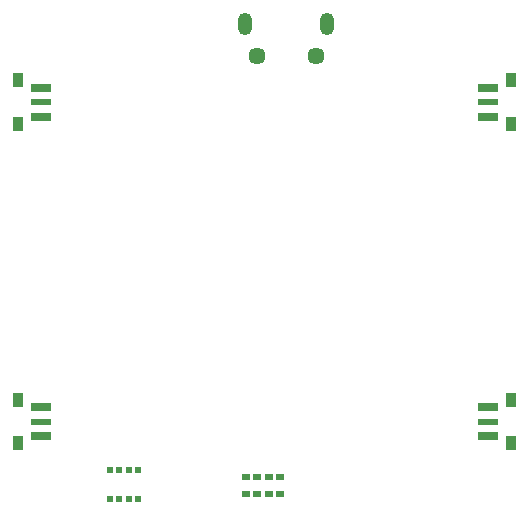
<source format=gbr>
G04 #@! TF.GenerationSoftware,KiCad,Pcbnew,5.0.2+dfsg1-1*
G04 #@! TF.CreationDate,2020-12-10T00:07:48-08:00*
G04 #@! TF.ProjectId,chronopy,6368726f-6e6f-4707-992e-6b696361645f,rev?*
G04 #@! TF.SameCoordinates,Original*
G04 #@! TF.FileFunction,Paste,Top*
G04 #@! TF.FilePolarity,Positive*
%FSLAX46Y46*%
G04 Gerber Fmt 4.6, Leading zero omitted, Abs format (unit mm)*
G04 Created by KiCad (PCBNEW 5.0.2+dfsg1-1) date Thu 10 Dec 2020 12:07:48 AM PST*
%MOMM*%
%LPD*%
G01*
G04 APERTURE LIST*
%ADD10R,1.800000X0.750000*%
%ADD11R,0.900000X1.300000*%
%ADD12R,1.800000X0.600000*%
%ADD13R,0.718820X0.599440*%
%ADD14R,0.500000X0.500000*%
%ADD15C,1.450000*%
%ADD16O,1.200000X1.900000*%
G04 APERTURE END LIST*
D10*
G04 #@! TO.C,SW1*
X139137354Y-109907319D03*
X139137354Y-112357319D03*
D11*
X141087354Y-109282319D03*
D12*
X139137354Y-111132319D03*
D11*
X141087354Y-112982319D03*
G04 #@! TD*
G04 #@! TO.C,SW3*
X99363354Y-82231319D03*
D12*
X101313354Y-84081319D03*
D11*
X99363354Y-85931319D03*
D10*
X101313354Y-82856319D03*
X101313354Y-85306319D03*
G04 #@! TD*
G04 #@! TO.C,SW2*
X101313354Y-112357319D03*
X101313354Y-109907319D03*
D11*
X99363354Y-112982319D03*
D12*
X101313354Y-111132319D03*
D11*
X99363354Y-109282319D03*
G04 #@! TD*
G04 #@! TO.C,SW4*
X141087354Y-85931319D03*
D12*
X139137354Y-84081319D03*
D11*
X141087354Y-82231319D03*
D10*
X139137354Y-85306319D03*
X139137354Y-82856319D03*
G04 #@! TD*
D13*
G04 #@! TO.C,U7*
X118645920Y-117258700D03*
X119616200Y-117258700D03*
X120581400Y-117258700D03*
X121551680Y-117258700D03*
X121551680Y-115861700D03*
X120581400Y-115861700D03*
X119616200Y-115861700D03*
X118645920Y-115861700D03*
G04 #@! TD*
D14*
G04 #@! TO.C,U6*
X107130435Y-115265873D03*
X107930435Y-115265873D03*
X108730435Y-115265873D03*
X109530435Y-115265873D03*
X109550435Y-117665873D03*
X108730435Y-117665873D03*
X107930435Y-117665873D03*
X107130435Y-117665873D03*
G04 #@! TD*
D15*
G04 #@! TO.C,J1*
X119575000Y-80137500D03*
X124575000Y-80137500D03*
D16*
X118575000Y-77437500D03*
X125575000Y-77437500D03*
G04 #@! TD*
M02*

</source>
